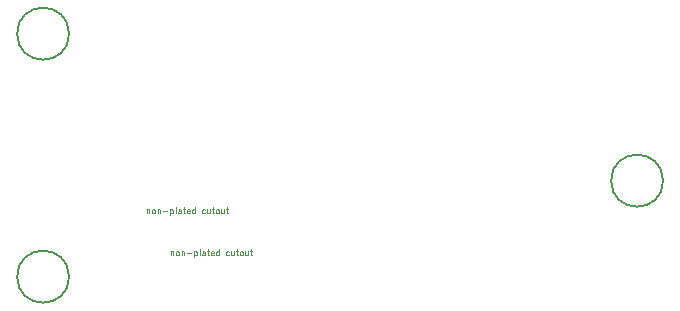
<source format=gbr>
G04 #@! TF.GenerationSoftware,KiCad,Pcbnew,(5.1.6-0)*
G04 #@! TF.CreationDate,2022-02-03T18:07:08-05:00*
G04 #@! TF.ProjectId,HPF_test_01,4850465f-7465-4737-945f-30312e6b6963,rev?*
G04 #@! TF.SameCoordinates,Original*
G04 #@! TF.FileFunction,Other,Comment*
%FSLAX46Y46*%
G04 Gerber Fmt 4.6, Leading zero omitted, Abs format (unit mm)*
G04 Created by KiCad (PCBNEW (5.1.6-0)) date 2022-02-03 18:07:08*
%MOMM*%
%LPD*%
G01*
G04 APERTURE LIST*
%ADD10C,0.125000*%
%ADD11C,0.150000*%
G04 APERTURE END LIST*
D10*
X111403238Y-97174857D02*
X111403238Y-97508190D01*
X111403238Y-97222476D02*
X111427047Y-97198666D01*
X111474666Y-97174857D01*
X111546095Y-97174857D01*
X111593714Y-97198666D01*
X111617523Y-97246285D01*
X111617523Y-97508190D01*
X111927047Y-97508190D02*
X111879428Y-97484380D01*
X111855619Y-97460571D01*
X111831809Y-97412952D01*
X111831809Y-97270095D01*
X111855619Y-97222476D01*
X111879428Y-97198666D01*
X111927047Y-97174857D01*
X111998476Y-97174857D01*
X112046095Y-97198666D01*
X112069904Y-97222476D01*
X112093714Y-97270095D01*
X112093714Y-97412952D01*
X112069904Y-97460571D01*
X112046095Y-97484380D01*
X111998476Y-97508190D01*
X111927047Y-97508190D01*
X112308000Y-97174857D02*
X112308000Y-97508190D01*
X112308000Y-97222476D02*
X112331809Y-97198666D01*
X112379428Y-97174857D01*
X112450857Y-97174857D01*
X112498476Y-97198666D01*
X112522285Y-97246285D01*
X112522285Y-97508190D01*
X112760380Y-97317714D02*
X113141333Y-97317714D01*
X113379428Y-97174857D02*
X113379428Y-97674857D01*
X113379428Y-97198666D02*
X113427047Y-97174857D01*
X113522285Y-97174857D01*
X113569904Y-97198666D01*
X113593714Y-97222476D01*
X113617523Y-97270095D01*
X113617523Y-97412952D01*
X113593714Y-97460571D01*
X113569904Y-97484380D01*
X113522285Y-97508190D01*
X113427047Y-97508190D01*
X113379428Y-97484380D01*
X113903238Y-97508190D02*
X113855619Y-97484380D01*
X113831809Y-97436761D01*
X113831809Y-97008190D01*
X114308000Y-97508190D02*
X114308000Y-97246285D01*
X114284190Y-97198666D01*
X114236571Y-97174857D01*
X114141333Y-97174857D01*
X114093714Y-97198666D01*
X114308000Y-97484380D02*
X114260380Y-97508190D01*
X114141333Y-97508190D01*
X114093714Y-97484380D01*
X114069904Y-97436761D01*
X114069904Y-97389142D01*
X114093714Y-97341523D01*
X114141333Y-97317714D01*
X114260380Y-97317714D01*
X114308000Y-97293904D01*
X114474666Y-97174857D02*
X114665142Y-97174857D01*
X114546095Y-97008190D02*
X114546095Y-97436761D01*
X114569904Y-97484380D01*
X114617523Y-97508190D01*
X114665142Y-97508190D01*
X115022285Y-97484380D02*
X114974666Y-97508190D01*
X114879428Y-97508190D01*
X114831809Y-97484380D01*
X114808000Y-97436761D01*
X114808000Y-97246285D01*
X114831809Y-97198666D01*
X114879428Y-97174857D01*
X114974666Y-97174857D01*
X115022285Y-97198666D01*
X115046095Y-97246285D01*
X115046095Y-97293904D01*
X114808000Y-97341523D01*
X115474666Y-97508190D02*
X115474666Y-97008190D01*
X115474666Y-97484380D02*
X115427047Y-97508190D01*
X115331809Y-97508190D01*
X115284190Y-97484380D01*
X115260380Y-97460571D01*
X115236571Y-97412952D01*
X115236571Y-97270095D01*
X115260380Y-97222476D01*
X115284190Y-97198666D01*
X115331809Y-97174857D01*
X115427047Y-97174857D01*
X115474666Y-97198666D01*
X116308000Y-97484380D02*
X116260380Y-97508190D01*
X116165142Y-97508190D01*
X116117523Y-97484380D01*
X116093714Y-97460571D01*
X116069904Y-97412952D01*
X116069904Y-97270095D01*
X116093714Y-97222476D01*
X116117523Y-97198666D01*
X116165142Y-97174857D01*
X116260380Y-97174857D01*
X116308000Y-97198666D01*
X116736571Y-97174857D02*
X116736571Y-97508190D01*
X116522285Y-97174857D02*
X116522285Y-97436761D01*
X116546095Y-97484380D01*
X116593714Y-97508190D01*
X116665142Y-97508190D01*
X116712761Y-97484380D01*
X116736571Y-97460571D01*
X116903238Y-97174857D02*
X117093714Y-97174857D01*
X116974666Y-97008190D02*
X116974666Y-97436761D01*
X116998476Y-97484380D01*
X117046095Y-97508190D01*
X117093714Y-97508190D01*
X117331809Y-97508190D02*
X117284190Y-97484380D01*
X117260380Y-97460571D01*
X117236571Y-97412952D01*
X117236571Y-97270095D01*
X117260380Y-97222476D01*
X117284190Y-97198666D01*
X117331809Y-97174857D01*
X117403238Y-97174857D01*
X117450857Y-97198666D01*
X117474666Y-97222476D01*
X117498476Y-97270095D01*
X117498476Y-97412952D01*
X117474666Y-97460571D01*
X117450857Y-97484380D01*
X117403238Y-97508190D01*
X117331809Y-97508190D01*
X117927047Y-97174857D02*
X117927047Y-97508190D01*
X117712761Y-97174857D02*
X117712761Y-97436761D01*
X117736571Y-97484380D01*
X117784190Y-97508190D01*
X117855619Y-97508190D01*
X117903238Y-97484380D01*
X117927047Y-97460571D01*
X118093714Y-97174857D02*
X118284190Y-97174857D01*
X118165142Y-97008190D02*
X118165142Y-97436761D01*
X118188952Y-97484380D01*
X118236571Y-97508190D01*
X118284190Y-97508190D01*
X109371238Y-93618857D02*
X109371238Y-93952190D01*
X109371238Y-93666476D02*
X109395047Y-93642666D01*
X109442666Y-93618857D01*
X109514095Y-93618857D01*
X109561714Y-93642666D01*
X109585523Y-93690285D01*
X109585523Y-93952190D01*
X109895047Y-93952190D02*
X109847428Y-93928380D01*
X109823619Y-93904571D01*
X109799809Y-93856952D01*
X109799809Y-93714095D01*
X109823619Y-93666476D01*
X109847428Y-93642666D01*
X109895047Y-93618857D01*
X109966476Y-93618857D01*
X110014095Y-93642666D01*
X110037904Y-93666476D01*
X110061714Y-93714095D01*
X110061714Y-93856952D01*
X110037904Y-93904571D01*
X110014095Y-93928380D01*
X109966476Y-93952190D01*
X109895047Y-93952190D01*
X110276000Y-93618857D02*
X110276000Y-93952190D01*
X110276000Y-93666476D02*
X110299809Y-93642666D01*
X110347428Y-93618857D01*
X110418857Y-93618857D01*
X110466476Y-93642666D01*
X110490285Y-93690285D01*
X110490285Y-93952190D01*
X110728380Y-93761714D02*
X111109333Y-93761714D01*
X111347428Y-93618857D02*
X111347428Y-94118857D01*
X111347428Y-93642666D02*
X111395047Y-93618857D01*
X111490285Y-93618857D01*
X111537904Y-93642666D01*
X111561714Y-93666476D01*
X111585523Y-93714095D01*
X111585523Y-93856952D01*
X111561714Y-93904571D01*
X111537904Y-93928380D01*
X111490285Y-93952190D01*
X111395047Y-93952190D01*
X111347428Y-93928380D01*
X111871238Y-93952190D02*
X111823619Y-93928380D01*
X111799809Y-93880761D01*
X111799809Y-93452190D01*
X112276000Y-93952190D02*
X112276000Y-93690285D01*
X112252190Y-93642666D01*
X112204571Y-93618857D01*
X112109333Y-93618857D01*
X112061714Y-93642666D01*
X112276000Y-93928380D02*
X112228380Y-93952190D01*
X112109333Y-93952190D01*
X112061714Y-93928380D01*
X112037904Y-93880761D01*
X112037904Y-93833142D01*
X112061714Y-93785523D01*
X112109333Y-93761714D01*
X112228380Y-93761714D01*
X112276000Y-93737904D01*
X112442666Y-93618857D02*
X112633142Y-93618857D01*
X112514095Y-93452190D02*
X112514095Y-93880761D01*
X112537904Y-93928380D01*
X112585523Y-93952190D01*
X112633142Y-93952190D01*
X112990285Y-93928380D02*
X112942666Y-93952190D01*
X112847428Y-93952190D01*
X112799809Y-93928380D01*
X112776000Y-93880761D01*
X112776000Y-93690285D01*
X112799809Y-93642666D01*
X112847428Y-93618857D01*
X112942666Y-93618857D01*
X112990285Y-93642666D01*
X113014095Y-93690285D01*
X113014095Y-93737904D01*
X112776000Y-93785523D01*
X113442666Y-93952190D02*
X113442666Y-93452190D01*
X113442666Y-93928380D02*
X113395047Y-93952190D01*
X113299809Y-93952190D01*
X113252190Y-93928380D01*
X113228380Y-93904571D01*
X113204571Y-93856952D01*
X113204571Y-93714095D01*
X113228380Y-93666476D01*
X113252190Y-93642666D01*
X113299809Y-93618857D01*
X113395047Y-93618857D01*
X113442666Y-93642666D01*
X114276000Y-93928380D02*
X114228380Y-93952190D01*
X114133142Y-93952190D01*
X114085523Y-93928380D01*
X114061714Y-93904571D01*
X114037904Y-93856952D01*
X114037904Y-93714095D01*
X114061714Y-93666476D01*
X114085523Y-93642666D01*
X114133142Y-93618857D01*
X114228380Y-93618857D01*
X114276000Y-93642666D01*
X114704571Y-93618857D02*
X114704571Y-93952190D01*
X114490285Y-93618857D02*
X114490285Y-93880761D01*
X114514095Y-93928380D01*
X114561714Y-93952190D01*
X114633142Y-93952190D01*
X114680761Y-93928380D01*
X114704571Y-93904571D01*
X114871238Y-93618857D02*
X115061714Y-93618857D01*
X114942666Y-93452190D02*
X114942666Y-93880761D01*
X114966476Y-93928380D01*
X115014095Y-93952190D01*
X115061714Y-93952190D01*
X115299809Y-93952190D02*
X115252190Y-93928380D01*
X115228380Y-93904571D01*
X115204571Y-93856952D01*
X115204571Y-93714095D01*
X115228380Y-93666476D01*
X115252190Y-93642666D01*
X115299809Y-93618857D01*
X115371238Y-93618857D01*
X115418857Y-93642666D01*
X115442666Y-93666476D01*
X115466476Y-93714095D01*
X115466476Y-93856952D01*
X115442666Y-93904571D01*
X115418857Y-93928380D01*
X115371238Y-93952190D01*
X115299809Y-93952190D01*
X115895047Y-93618857D02*
X115895047Y-93952190D01*
X115680761Y-93618857D02*
X115680761Y-93880761D01*
X115704571Y-93928380D01*
X115752190Y-93952190D01*
X115823619Y-93952190D01*
X115871238Y-93928380D01*
X115895047Y-93904571D01*
X116061714Y-93618857D02*
X116252190Y-93618857D01*
X116133142Y-93452190D02*
X116133142Y-93880761D01*
X116156952Y-93928380D01*
X116204571Y-93952190D01*
X116252190Y-93952190D01*
D11*
X102784000Y-99314000D02*
G75*
G03*
X102784000Y-99314000I-2200000J0D01*
G01*
X102784000Y-78740000D02*
G75*
G03*
X102784000Y-78740000I-2200000J0D01*
G01*
X153076000Y-91186000D02*
G75*
G03*
X153076000Y-91186000I-2200000J0D01*
G01*
M02*

</source>
